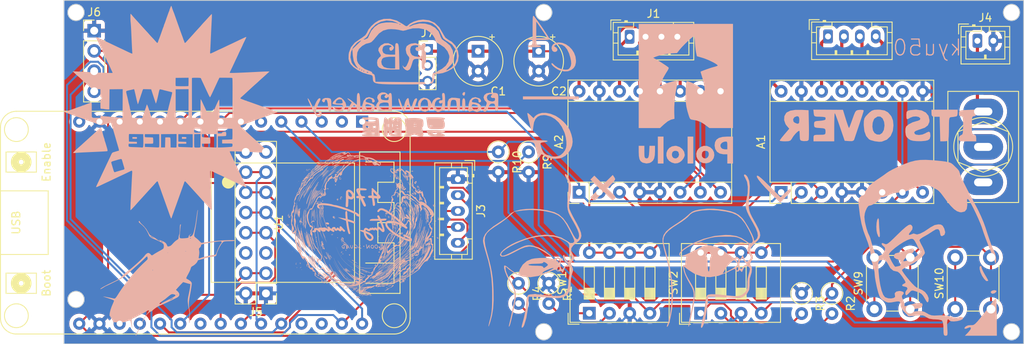
<source format=kicad_pcb>
(kicad_pcb (version 20221018) (generator pcbnew)
  (layers (0 "F.Cu" signal) (31 "B.Cu" signal) (34 "B.Paste" user) (35 "F.Paste" user) (36 "B.SilkS" user "B.Silkscreen") (37 "F.SilkS" user "F.Silkscreen") (38 "B.Mask" user) (39 "F.Mask" user) (44 "Edge.Cuts" user))
  (net 0 "")
  (net 1 "Net-(A1-~{ENABLE})")
  (net 2 "Net-(A1-M0)")
  (net 3 "Net-(A1-M1)")
  (net 4 "GND")
  (net 5 "Net-(A1-DIR)")
  (net 6 "Net-(A1-B1)")
  (net 7 "Net-(A1-B2)")
  (net 8 "Net-(A1-A1)")
  (net 9 "Net-(A1-A2)")
  (net 10 "Net-(A2-DIR)")
  (net 11 "Net-(A2-B1)")
  (net 12 "Net-(A2-B2)")
  (net 13 "Net-(A2-A2)")
  (net 14 "Net-(A1-VMOT)")
  (net 15 "Net-(A2-A1)")
  (net 17 "Net-(J5-Pin_13)")
  (net 19 "Net-(J5-Pin_11)")
  (net 20 "Net-(J5-Pin_10)")
  (net 21 "Net-(J3-Pin_2)")
  (net 22 "Net-(J3-Pin_3)")
  (net 23 "Net-(J3-Pin_4)")
  (net 24 "Net-(R3-Pad2)")
  (net 25 "Net-(R4-Pad2)")
  (net 26 "Net-(U1-IO35)")
  (net 27 "Net-(U1-IO34)")
  (net 33 "Net-(A2-STEP)")
  (net 36 "Net-(A1-STEP)")
  (net 40 "Net-(J3-Pin_5)")
  (net 44 "Net-(R1-Pad2)")
  (net 45 "Net-(R2-Pad2)")
  (net 47 "Net-(J5-Pin_7)")
  (net 48 "Net-(A1-~{FAULT})")
  (net 49 "Net-(J4-Pin_1)")
  (net 51 "Net-(A2-~{FAULT})")
  (footprint "Connector_JST:JST_PH_B4B-PH-K_1x04_P2.00mm_Vertical" (layer "F.Cu") (at 172.72 55.372)
    (fp_text reference "J1" (at 3 -2.9) (layer "F.SilkS"))
    (fp_text value "STEPPER_L")
    (pad "1" thru_hole roundrect (at 0 0) (size 1.2 1.75) (drill 0.75) (layers "*.Cu" "*.Mask") (roundrect_rratio 0.208333) (net 11 "Net-(A2-B1)"))
    (pad "2" thru_hole oval (at 2 0) (size 1.2 1.75) (drill 0.75) (layers "*.Cu" "*.Mask") (net 12 "Net-(A2-B2)"))
    (pad "3" thru_hole oval (at 4 0) (size 1.2 1.75) (drill 0.75) (layers "*.Cu" "*.Mask") (net 13 "Net-(A2-A2)"))
    (pad "4" thru_hole oval (at 6 0) (size 1.2 1.75) (drill 0.75) (layers "*.Cu" "*.Mask") (net 15 "Net-(A2-A1)"))
  )
  (footprint "Capacitor_THT:CP_Radial_Tantal_D6.0mm_P2.50mm" (layer "F.Cu") (at 153.67 57.19 -90)
    (fp_text reference "C1" (at 5.04 -2.54) (layer "F.SilkS"))
    (fp_text value "100uF")
    (pad "1" thru_hole rect (at 0 0 270) (size 1.6 1.6) (drill 0.8) (layers "*.Cu" "*.Mask") (net 14 "Net-(A1-VMOT)"))
    (pad "2" thru_hole circle (at 2.5 0 270) (size 1.6 1.6) (drill 0.8) (layers "*.Cu" "*.Mask") (net 4 "GND"))
  )
  (footprint "Module:Pololu_Breakout-16_15.2x20.3mm" (layer "F.Cu") (at 166.37 74.92 90)
    (fp_text reference "A2" (at 6.35 -2.54 90) (layer "F.SilkS"))
    (fp_text value "Pololu_Breakout_DRV8434")
    (pad "1" thru_hole rect (at 0 0 90) (size 1.6 1.6) (drill 0.8) (layers "*.Cu" "*.Mask") (net 1 "Net-(A1-~{ENABLE})"))
    (pad "2" thru_hole oval (at 0 2.54 90) (size 1.6 1.6) (drill 0.8) (layers "*.Cu" "*.Mask") (net 2 "Net-(A1-M0)"))
    (pad "3" thru_hole oval (at 0 5.08 90) (size 1.6 1.6) (drill 0.8) (layers "*.Cu" "*.Mask") (net 3 "Net-(A1-M1)"))
    (pad "4" thru_hole oval (at 0 7.62 90) (size 1.6 1.6) (drill 0.8) (layers "*.Cu" "*.Mask") (net 4 "GND"))
    (pad "5" thru_hole oval (at 0 10.16 90) (size 1.6 1.6) (drill 0.8) (layers "*.Cu" "*.Mask") (net 4 "GND"))
    (pad "6" thru_hole oval (at 0 12.7 90) (size 1.6 1.6) (drill 0.8) (layers "*.Cu" "*.Mask") (net 51 "Net-(A2-~{FAULT})"))
    (pad "7" thru_hole oval (at 0 15.24 90) (size 1.6 1.6) (drill 0.8) (layers "*.Cu" "*.Mask") (net 33 "Net-(A2-STEP)"))
    (pad "8" thru_hole oval (at 0 17.78 90) (size 1.6 1.6) (drill 0.8) (layers "*.Cu" "*.Mask") (net 10 "Net-(A2-DIR)"))
    (pad "9" thru_hole oval (at 12.7 17.78 90) (size 1.6 1.6) (drill 0.8) (layers "*.Cu" "*.Mask") (net 4 "GND"))
    (pad "10" thru_hole oval (at 12.7 15.24 90) (size 1.6 1.6) (drill 0.8) (layers "*.Cu" "*.Mask") (net 51 "Net-(A2-~{FAULT})"))
    (pad "11" thru_hole oval (at 12.7 12.7 90) (size 1.6 1.6) (drill 0.8) (layers "*.Cu" "*.Mask") (net 15 "Net-(A2-A1)"))
    (pad "12" thru_hole oval (at 12.7 10.16 90) (size 1.6 1.6) (drill 0.8) (layers "*.Cu" "*.Mask") (net 13 "Net-(A2-A2)"))
    (pad "13" thru_hole oval (at 12.7 7.62 90) (size 1.6 1.6) (drill 0.8) (layers "*.Cu" "*.Mask") (net 12 "Net-(A2-B2)"))
    (pad "14" thru_hole oval (at 12.7 5.08 90) (size 1.6 1.6) (drill 0.8) (layers "*.Cu" "*.Mask") (net 11 "Net-(A2-B1)"))
    (pad "15" thru_hole oval (at 12.7 2.54 90) (size 1.6 1.6) (drill 0.8) (layers "*.Cu" "*.Mask") (net 4 "GND"))
    (pad "16" thru_hole oval (at 12.7 0 90) (size 1.6 1.6) (drill 0.8) (layers "*.Cu" "*.Mask") (net 14 "Net-(A1-VMOT)"))
  )
  (footprint "Resistor_THT:R_Axial_DIN0207_L6.3mm_D2.5mm_P2.54mm_Vertical" (layer "F.Cu") (at 198.1525 87.63 -90)
    (fp_text reference "R2" (at 1.27 -2.37 90) (layer "F.SilkS"))
    (fp_text value "330k")
    (pad "1" thru_hole circle (at 0 0 270) (size 1.6 1.6) (drill 0.8) (layers "*.Cu" "*.Mask") (net 21 "Net-(J3-Pin_2)"))
    (pad "2" thru_hole oval (at 2.54 0 270) (size 1.6 1.6) (drill 0.8) (layers "*.Cu" "*.Mask") (net 45 "Net-(R2-Pad2)"))
  )
  (footprint "Resistor_THT:R_Axial_DIN0207_L6.3mm_D2.5mm_P2.54mm_Vertical" (layer "F.Cu") (at 158.75 86.36 -90)
    (fp_text reference "R4" (at 1.27 -2.37 90) (layer "F.SilkS"))
    (fp_text value "330k")
    (pad "1" thru_hole circle (at 0 0 270) (size 1.6 1.6) (drill 0.8) (layers "*.Cu" "*.Mask") (net 21 "Net-(J3-Pin_2)"))
    (pad "2" thru_hole oval (at 2.54 0 270) (size 1.6 1.6) (drill 0.8) (layers "*.Cu" "*.Mask") (net 25 "Net-(R4-Pad2)"))
  )
  (footprint "Button_Switch_THT:SW_PUSH_6mm_H5mm" (layer "F.Cu") (at 213.65 89.61 90)
    (fp_text reference "SW10" (at 3.25 -2 90) (layer "F.SilkS"))
    (fp_text value "SW_Push")
    (pad "1" thru_hole circle (at 0 0 180) (size 2 2) (drill 1.1) (layers "*.Cu" "*.Mask") (net 26 "Net-(U1-IO35)"))
    (pad "1" thru_hole circle (at 6.5 0 180) (size 2 2) (drill 1.1) (layers "*.Cu" "*.Mask") (net 26 "Net-(U1-IO35)"))
    (pad "2" thru_hole circle (at 0 4.5 180) (size 2 2) (drill 1.1) (layers "*.Cu" "*.Mask") (net 21 "Net-(J3-Pin_2)"))
    (pad "2" thru_hole circle (at 6.5 4.5 180) (size 2 2) (drill 1.1) (layers "*.Cu" "*.Mask") (net 21 "Net-(J3-Pin_2)"))
  )
  (footprint "Button_Switch_THT:SW_DIP_SPSTx04_Slide_9.78x12.34mm_W7.62mm_P2.54mm" (layer "F.Cu") (at 181.6525 90.1275 90)
    (fp_text reference "SW2" (at 3.81 -3.42 90) (layer "F.SilkS"))
    (fp_text value "MOTOR_L_1")
    (pad "1" thru_hole rect (at 0 0 90) (size 1.6 1.6) (drill 0.8) (layers "*.Cu" "*.Mask") (net 24 "Net-(R3-Pad2)"))
    (pad "2" thru_hole oval (at 0 2.54 90) (size 1.6 1.6) (drill 0.8) (layers "*.Cu" "*.Mask") (net 45 "Net-(R2-Pad2)"))
    (pad "3" thru_hole oval (at 0 5.08 90) (size 1.6 1.6) (drill 0.8) (layers "*.Cu" "*.Mask") (net 4 "GND"))
    (pad "4" thru_hole oval (at 0 7.62 90) (size 1.6 1.6) (drill 0.8) (layers "*.Cu" "*.Mask") (net 21 "Net-(J3-Pin_2)"))
    (pad "5" thru_hole oval (at 7.62 7.62 90) (size 1.6 1.6) (drill 0.8) (layers "*.Cu" "*.Mask") (net 3 "Net-(A1-M1)"))
    (pad "6" thru_hole oval (at 7.62 5.08 90) (size 1.6 1.6) (drill 0.8) (layers "*.Cu" "*.Mask") (net 3 "Net-(A1-M1)"))
    (pad "7" thru_hole oval (at 7.62 2.54 90) (size 1.6 1.6) (drill 0.8) (layers "*.Cu" "*.Mask") (net 3 "Net-(A1-M1)"))
    (pad "8" thru_hole oval (at 7.62 0 90) (size 1.6 1.6) (drill 0.8) (layers "*.Cu" "*.Mask") (net 3 "Net-(A1-M1)"))
  )
  (footprint "Button_Switch_THT:SW_DIP_SPSTx04_Slide_9.78x12.34mm_W7.62mm_P2.54mm" (layer "F.Cu") (at 167.65 90.1275 90)
    (fp_text reference "SW1" (at 3.81 -3.42 90) (layer "F.SilkS"))
    (fp_text value "MOTOR_L_0")
    (pad "1" thru_hole rect (at 0 0 90) (size 1.6 1.6) (drill 0.8) (layers "*.Cu" "*.Mask") (net 44 "Net-(R1-Pad2)"))
    (pad "2" thru_hole oval (at 0 2.54 90) (size 1.6 1.6) (drill 0.8) (layers "*.Cu" "*.Mask") (net 25 "Net-(R4-Pad2)"))
    (pad "3" thru_hole oval (at 0 5.08 90) (size 1.6 1.6) (drill 0.8) (layers "*.Cu" "*.Mask") (net 4 "GND"))
    (pad "4" thru_hole oval (at 0 7.62 90) (size 1.6 1.6) (drill 0.8) (layers "*.Cu" "*.Mask") (net 21 "Net-(J3-Pin_2)"))
    (pad "5" thru_hole oval (at 7.62 7.62 90) (size 1.6 1.6) (drill 0.8) (layers "*.Cu" "*.Mask") (net 2 "Net-(A1-M0)"))
    (pad "6" thru_hole oval (at 7.62 5.08 90) (size 1.6 1.6) (drill 0.8) (layers "*.Cu" "*.Mask") (net 2 "Net-(A1-M0)"))
    (pad "7" thru_hole oval (at 7.62 2.54 90) (size 1.6 1.6) (drill 0.8) (layers "*.Cu" "*.Mask") (net 2 "Net-(A1-M0)"))
    (pad "8" thru_hole oval (at 7.62 0 90) (size 1.6 1.6) (drill 0.8) (layers "*.Cu" "*.Mask") (net 2 "Net-(A1-M0)"))
  )
  (footprint "Connector_JST:JST_PH_B5B-PH-K_1x05_P2.00mm_Vertical" (layer "F.Cu") (at 151.13 73.28 -90)
    (fp_text reference "J3" (at 4 -2.9 90) (layer "F.SilkS"))
    (fp_text value "BMI160 Module")
    (pad "1" thru_hole roundrect (at 0 0 270) (size 1.2 1.75) (drill 0.75) (layers "*.Cu" "*.Mask") (roundrect_rratio 0.208333) (net 4 "GND"))
    (pad "2" thru_hole oval (at 2 0 270) (size 1.2 1.75) (drill 0.75) (layers "*.Cu" "*.Mask") (net 21 "Net-(J3-Pin_2)"))
    (pad "3" thru_hole oval (at 4 0 270) (size 1.2 1.75) (drill 0.75) (layers "*.Cu" "*.Mask") (net 22 "Net-(J3-Pin_3)"))
    (pad "4" thru_hole oval (at 6 0 270) (size 1.2 1.75) (drill 0.75) (layers "*.Cu" "*.Mask") (net 23 "Net-(J3-Pin_4)"))
    (pad "5" thru_hole oval (at 8 0 270) (size 1.2 1.75) (drill 0.75) (layers "*.Cu" "*.Mask") (net 40 "Net-(J3-Pin_5)"))
  )
  (footprint "Button_Switch_THT:SW_PUSH_6mm_H5mm" (layer "F.Cu") (at 203.49 89.61 90)
    (fp_text reference "SW9" (at 3.25 -2 90) (layer "F.SilkS"))
    (fp_text value "SW_Push")
    (pad "1" thru_hole circle (at 0 0 180) (size 2 2) (drill 1.1) (layers "*.Cu" "*.Mask") (net 27 "Net-(U1-IO34)"))
    (pad "1" thru_hole circle (at 6.5 0 180) (size 2 2) (drill 1.1) (layers "*.Cu" "*.Mask") (net 27 "Net-(U1-IO34)"))
    (pad "2" thru_hole circle (at 0 4.5 180) (size 2 2) (drill 1.1) (layers "*.Cu" "*.Mask") (net 21 "Net-(J3-Pin_2)"))
    (pad "2" thru_hole circle (at 6.5 4.5 180) (size 2 2) (drill 1.1) (layers "*.Cu" "*.Mask") (net 21 "Net-(J3-Pin_2)"))
  )
  (footprint "boards:esp32_devkit_v1_doit" (layer "F.Cu") (at 139.09 78.74 -90)
    (fp_text reference "U1" (at 0 10.47 90) (layer "F.SilkS"))
    (fp_text value "ESP32_DevKit_V1_DOIT")
    (fp_text user "Boot" (at 7.62 39.68 90) (layer "F.SilkS"))
    (fp_text user "USB" (at 0 43.49 90) (layer "F.SilkS"))
    (fp_text user "Enable" (at -7.62 39.68 90) (layer "F.SilkS"))
    (pad "1" thru_hole rect (at -12.7 0 270) (size 1.524 1.524) (drill 0.762) (layers "*.Cu" "*.Mask"))
    (pad "2" thru_hole circle (at -12.7 2.54 270) (size 1.524 1.524) (drill 0.762) (layers "*.Cu" "*.Mask"))
    (pad "3" thru_hole circle (at -12.7 5.08 270) (size 1.524 1.524) (drill 0.762) (layers "*.Cu" "*.Mask"))
    (pad "4" thru_hole circle (at -12.7 7.62 270) (size 1.524 1.524) (drill 0.762) (layers "*.Cu" "*.Mask") (net 27 "Net-(U1-IO34)"))
    (pad "5" thru_hole circle (at -12.7 10.16 270) (size 1.524 1.524) (drill 0.762) (layers "*.Cu" "*.Mask") (net 26 "Net-(U1-IO35)"))
    (pad "6" thru_hole circle (at -12.7 12.7 270) (size 1.524 1.524) (drill 0.762) (layers "*.Cu" "*.Mask"))
    (pad "7" thru_hole circle (at -12.7 15.24 270) (size 1.524 1.524) (drill 0.762) (layers "*.Cu" "*.Mask"))
    (pad "8" thru_hole circle (at -12.7 17.78 270) (size 1.524 1.524) (drill 0.762) (layers "*.Cu" "*.Mask") (net 10 "Net-(A2-DIR)"))
    (pad "9" thru_hole circle (at -12.7 20.32 270) (size 1.524 1.524) (drill 0.762) (layers "*.Cu" "*.Mask") (net 33 "Net-(A2-STEP)"))
    (pad "10" thru_hole circle (at -12.7 22.86 270) (size 1.524 1.524) (drill 0.762) (layers "*.Cu" "*.Mask") (net 5 "Net-(A1-DIR)"))
    (pad "11" thru_hole circle (at -12.7 25.4 270) (size 1.524 1.524) (drill 0.762) (layers "*.Cu" "*.Mask"))
    (pad "12" thru_hole circle (at -12.7 27.94 270) (size 1.524 1.524) (drill 0.762) (layers "*.Cu" "*.Mask"))
    (pad "13" thru_hole circle (at -12.7 30.48 270) (size 1.524 1.524) (drill 0.762) (layers "*.Cu" "*.Mask") (net 36 "Net-(A1-STEP)"))
    (pad "14" thru_hole circle (at -12.7 33.02 270) (size 1.524 1.524) (drill 0.762) (layers "*.Cu" "*.Mask") (net 4 "GND"))
    (pad "15" thru_hole circle (at -12.7 35.56 270) (size 1.524 1.524) (drill 0.762) (layers "*.Cu" "*.Mask"))
    (pad "16" thru_hole circle (at 12.7 35.56 270) (size 1.524 1.524) (drill 0.762) (layers "*.Cu" "*.Mask") (net 21 "Net-(J3-Pin_2)"))
    (pad "17" thru_hole circle (at 12.7 33.02 270) (size 1.524 1.524) (drill 0.762) (layers "*.Cu" "*.Mask") (net 4 "GND"))
    (pad "18" thru_hole circle (at 12.7 30.48 270) (size 1.524 1.524) (drill 0.762) (layers "*.Cu" "*.Mask"))
    (pad "19" thru_hole circle (at 12.7 27.94 270) (size 1.524 1.524) (drill 0.762) (layers "*.Cu" "*.Mask"))
    (pad "20" thru_hole circle (at 12.7 25.4 270) (size 1.524 1.524) (drill 0.762) (layers "*.Cu" "*.Mask") (net 40 "Net-(J3-Pin_5)"))
    (pad "21" thru_hole circle (at 12.7 22.86 270) (size 1.524 1.524) (drill 0.762) (layers "*.Cu" "*.Mask") (net 1 "Net-(A1-~{ENABLE})"))
    (pad "22" thru_hole circle (at 12.7 20.32 270) (size 1.524 1.524) (drill 0.762) (layers "*.Cu" "*.Mask"))
    (pad "23" thru_hole circle (at 12.7 17.78 270) (size 1.524 1.524) (drill 0.762) (layers "*.Cu" "*.Mask") (net 47 "Net-(J5-Pin_7)"))
    (pad "24" thru_hole circle (at 12.7 15.24 270) (size 1.524 1.524) (drill 0.762) (layers "*.Cu" "*.Mask") (net 19 "Net-(J5-Pin_11)"))
    (pad "25" thru_hole circle (at 12.7 12.7 270) (size 1.524 1.524) (drill 0.762) (layers "*.Cu" "*.Mask") (net 17 "Net-(J5-Pin_13)"))
    (pad "26" thru_hole circle (at 12.7 10.16 270) (size 1.524 1.524) (drill 0.762) (layers "*.Cu" "*.Mask") (net 22 "Net-(J3-Pin_3)"))
    (pad "27" thru_hole circle (at 12.7 7.62 270) (size 1.524 1.524) (drill 0.762) (layers "*.Cu" "*.Mask"))
    (pad "28" thru_hole circle (at 12.7 5.08 270) (size 1.524 1.524) (drill 0.762) (layers "*.Cu" "*.Mask"))
    (pad "29" thru_hole circle (at 12.7 2.54 270) (size 1.524 1.524) (drill 0.762) (layers "*.Cu" "*.Mask") (net 23 "Net-(J3-Pin_4)"))
    (pad "30" thru_hole circle (at 12.7 0 270) (size 1.524 1.524) (drill 0.762) (layers "*.Cu" "*.Mask") (net 20 "Net-(J5-Pin_10)"))
  )
  (footprint "Connector_JST:JST_PH_B4B-PH-K_1x04_P2.00mm_Vertical" (layer "F.Cu") (at 197.66 55.33)
    (fp_text reference "J2" hide)
    (fp_text value "STEPPER_R")
    (pad "1" thru_hole roundrect (at 0 0) (size 1.2 1.75) (drill 0.75) (layers "*.Cu" "*.Mask") (roundrect_rratio 0.208333) (net 6 "Net-(A1-B1)"))
    (pad "2" thru_hole oval (at 2 0) (size 1.2 1.75) (drill 0.75) (layers "*.Cu" "*.Mask") (net 7 "Net-(A1-B2)"))
    (pad "3" thru_hole oval (at 4 0) (size 1.2 1.75) (drill 0.75) (layers "*.Cu" "*.Mask") (net 9 "Net-(A1-A2)"))
    (pad "4" thru_hole oval (at 6 0) (size 1.2 1.75) (drill 0.75) (layers "*.Cu" "*.Mask") (net 8 "Net-(A1-A1)"))
  )
  (footprint "Capacitor_THT:CP_Radial_Tantal_D6.0mm_P2.50mm" (layer "F.Cu") (at 161.29 57.19 -90)
    (fp_text reference "C2" (at 5.04 -2.54) (layer "F.SilkS"))
    (fp_text value "100uF")
    (pad "1" thru_hole rect (at 0 0 270) (size 1.6 1.6) (drill 0.8) (layers "*.Cu" "*.Mask") (net 14 "Net-(A1-VMOT)"))
    (pad "2" thru_hole circle (at 2.5 0 270) (size 1.6 1.6) (drill 0.8) (layers "*.Cu" "*.Mask") (net 4 "GND"))
  )
  (footprint "Connector_PinHeader_2.00mm:PinHeader_1x03_P2.00mm_Vertical" (layer "F.Cu") (at 147.32 56.96)
    (fp_text reference "J7" (at 0 -2.06) (layer "F.SilkS"))
    (fp_text value "VREG")
    (pad "1" thru_hole rect (at 0 0) (size 1.35 1.35) (drill 0.8) (layers "*.Cu" "*.Mask") (net 14 "Net-(A1-VMOT)"))
    (pad "2" thru_hole oval (at 0 2) (size 1.35 1.35) (drill 0.8) (layers "*.Cu" "*.Mask") (net 21 "Net-(J3-Pin_2)"))
    (pad "3" thru_hole oval (at 0 4) (size 1.35 1.35) (drill 0.8) (layers "*.Cu" "*.Mask") (net 4 "GND"))
  )
  (footprint "Connector_PinHeader_2.54mm:PinHeader_1x04_P2.54mm_Vertical" (layer "F.Cu") (at 105.41 54.61)
    (fp_text reference "J6" (at 0 -2.33) (layer "F.SilkS"))
    (fp_text value "SDD1306")
    (pad "1" thru_hole rect (at 0 0) (size 1.7 1.7) (drill 1) (layers "*.Cu" "*.Mask") (net 4 "GND"))
    (pad "2" thru_hole oval (at 0 2.54) (size 1.7 1.7) (drill 1) (layers "*.Cu" "*.Mask") (net 21 "Net-(J3-Pin_2)"))
    (pad "3" thru_hole oval (at 0 5.08) (size 1.7 1.7) (drill 1) (layers "*.Cu" "*.Mask") (net 22 "Net-(J3-Pin_3)"))
    (pad "4" thru_hole oval (at 0 7.62) (size 1.7 1.7) (drill 1) (layers "*.Cu" "*.Mask") (net 23 "Net-(J3-Pin_4)"))
  )
  (footprint "Connector_JST:JST_PH_B2B-PH-K_1x02_P2.00mm_Vertical" (layer "F.Cu") (at 216.44 55.88)
    (fp_text reference "J4" (at 1 -2.9) (layer "F.SilkS"))
    (fp_text value "POWER")
    (pad "1" thru_hole roundrect (at 0 0) (size 1.2 1.75) (drill 0.75) (layers "*.Cu" "*.Mask") (roundrect_rratio 0.208333) (net 49 "Net-(J4-Pin_1)"))
    (pad "2" thru_hole oval (at 2 0) (size 1.2 1.75) (drill 0.75) (layers "*.Cu" "*.Mask") (net 4 "GND"))
  )
  (footprint "Connector_PinHeader_2.54mm:PinHeader_2x08_P2.54mm_Vertical" (layer "F.Cu") (at 127 87.63 180)
    (fp_text reference "J5" (at 1.27 -2.33) (layer "F.SilkS"))
    (fp_text value "Conn_02x08_Odd_Even")
    (pad "1" thru_hole rect (at 0 0 180) (size 1.7 1.7) (drill 1) (layers "*.Cu" "*.Mask") (net 4 "GND"))
    (pad "2" thru_hole oval (at 2.54 0 180) (size 1.7 1.7) (drill 1) (layers "*.Cu" "*.Mask") (net 4 "GND"))
    (pad "3" thru_hole oval (at 0 2.54 180) (size 1.7 1.7) (drill 1) (layers "*.Cu" "*.Mask") (net 21 "Net-(J3-Pin_2)"))
    (pad "4" thru_hole oval (at 2.54 2.54 180) (size 1.7 1.7) (drill 1) (layers "*.Cu" "*.Mask") (net 21 "Net-(J3-Pin_2)"))
    (pad "5" thru_hole oval (at 0 5.08 180) (size 1.7 1.7) (drill 1) (layers "*.Cu" "*.Mask"))
    (pad "6" thru_hole oval (at 2.54 5.08 180) (size 1.7 1.7) (drill 1) (layers "*.Cu" "*.Mask"))
    (pad "7" thru_hole oval (at 0 7.62 180) (size 1.7 1.7) (drill 1) (layers "*.Cu" "*.Mask") (net 47 "Net-(J5-Pin_7)"))
    (pad "8" thru_hole oval (at 2.54 7.62 180) (size 1.7 1.7) (drill 1) (layers "*.Cu" "*.Mask") (net 47 "Net-(J5-Pin_7)"))
    (pad "9" thru_hole oval (at 0 10.16 180) (size 1.7 1.7) (drill 1) (layers "*.Cu" "*.Mask") (net 20 "Net-(J5-Pin_10)"))
    (pad "10" thru_hole oval (at 2.54 10.16 180) (size 1.7 1.7) (drill 1) (layers "*.Cu" "*.Mask") (net 20 "Net-(J5-Pin_10)"))
    (pad "11" thru_hole oval (at 0 12.7 180) (size 1.7 1.7) (drill 1) (layers "*.Cu" "*.Mask") (net 19 "Net-(J5-Pin_11)"))
    (pad "12" thru_hole oval (at 2.54 12.7 180) (size 1.7 1.7) (drill 1) (layers "*.Cu" "*.Mask") (net 19 "Net-(J5-Pin_11)"))
    (pad "13" thru_hole oval (at 0 15.24 180) (size 1.7 1.7) (drill 1) (layers "*.Cu" "*.Mask") (net 17 "Net-(J5-Pin_13)"))
    (pad "14" thru_hole oval (at 2.54 15.24 180) (size 1.7 1.7) (drill 1) (layers "*.Cu" "*.Mask") (net 17 "Net-(J5-Pin_13)"))
    (pad "15" thru_hole oval (at 0 17.78 180) (size 1.7 1.7) (drill 1) (layers "*.Cu" "*.Mask"))
    (pad "16" thru_hole oval (at 2.54 17.78 180) (size 1.7 1.7) (drill 1) (layers "*.Cu" "*.Mask") (net 4 "GND"))
  )
  (footprint "Resistor_THT:R_Axial_DIN0207_L6.3mm_D2.5mm_P2.54mm_Vertical" (layer "F.Cu") (at 162.56 86.36 -90)
    (fp_text reference "R1" (at 1.27 -2.37 90) (layer "F.SilkS"))
    (fp_text value "330k")
    (pad "1" thru_hole circle (at 0 0 270) (size 1.6 1.6) (drill 0.8) (layers "*.Cu" "*.Mask") (net 4 "GND"))
    (pad "2" thru_hole oval (at 2.54 0 270) (size 1.6 1.6) (drill 0.8) (layers "*.Cu" "*.Mask") (net 44 "Net-(R1-Pad2)"))
  )
  (footprint "Resistor_THT:R_Axial_DIN0207_L6.3mm_D2.5mm_P2.54mm_Vertical" (layer "F.Cu") (at 194.3425 87.63 -90)
    (fp_text reference "R3" (at 1.27 -2.37 90) (layer "F.SilkS"))
    (fp_text value "330k")
    (pad "1" thru_hole circle (at 0 0 270) (size 1.6 1.6) (drill 0.8) (layers "*.Cu" "*.Mask") (net 4 "GND"))
    (pad "2" thru_hole oval (at 2.54 0 270) (size 1.6 1.6) (drill 0.8) (layers "*.Cu" "*.Mask") (net 24 "Net-(R3-Pad2)"))
  )
  (footprint "Resistor_THT:R_Axial_DIN0207_L6.3mm_D2.5mm_P2.54mm_Vertical" (layer "F.Cu") (at 160.02 69.85 -90)
    (fp_text reference "R9" (at 1.27 -2.37 90) (layer "F.SilkS"))
    (fp_text value "330k")
    (pad "1" thru_hole circle (at 0 0 270) (size 1.6 1.6) (drill 0.8) (layers "*.Cu" "*.Mask") (net 26 "Net-(U1-IO35)"))
    (pad "2" thru_hole oval (at 2.54 0 270) (size 1.6 1.6) (drill 0.8) (layers "*.Cu" "*.Mask") (net 4 "GND"))
  )
  (footprint "boards:SW_Toggle_Blue_wSlots" (layer "F.Cu") (at 217.17 69.22 90)
    (fp_text reference "SW3" hide)
    (fp_text value "SW_SPDT")
    (pad "1" thru_hole oval (at -4.45 0 90) (size 3.2 5) (drill oval 1 2.3) (layers "*.Cu"))
    (pad "2" thru_hole oval (at 0 0 90) (size 3.2 5) (drill oval 1 2.3) (layers "*.Cu") (net 14 "Net-(A1-VMOT)"))
    (pad "3" thru_hole oval (at 4.45 0 90) (size 3.2 5) (drill oval 1 2.3) (layers "*.Cu") (net 49 "Net-(J4-Pin_1)"))
  )
  (footprint "Module:Pololu_Breakout-16_15.2x20.3mm" (layer "F.Cu") (at 191.77 74.93 90)
    (fp_text reference "A1" (at 6.35 -2.54 90) (layer "F.SilkS"))
    (fp_text value "Pololu_Breakout_DRV8434")
    (pad "1" thru_hole rect (at 0 0 90) (size 1.6 1.6) (drill 0.8) (layers "*.Cu" "*.Mask") (net 1 "Net-(A1-~{ENABLE})"))
    (pad "2" thru_hole oval (at 0 2.54 90) (size 1.6 1.6) (drill 0.8) (layers "*.Cu" "*.Mask") (net 2 "Net-(A1-M0)"))
    (pad "3" thru_hole oval (at 0 5.08 90) (size 1.6 1.6) (drill 0.8) (layers "*.Cu" "*.Mask") (net 3 "Net-(A1-M1)"))
    (pad "4" thru_hole oval (at 0 7.62 90) (size 1.6 1.6) (drill 0.8) (layers "*.Cu" "*.Mask") (net 4 "GND"))
    (pad "5" thru_hole oval (at 0 10.16 90) (size 1.6 1.6) (drill 0.8) (layers "*.Cu" "*.Mask") (net 4 "GND"))
    (pad "6" thru_hole oval (at 0 12.7 90) (size 1.6 1.6) (drill 0.8) (layers "*.Cu" "*.Mask") (net 48 "Net-(A1-~{FAULT})"))
    (pad "7" thru_hole oval (at 0 15.24 90) (size 1.6 1.6) (drill 0.8) (layers "*.Cu" "*.Mask") (net 36 "Net-(A1-STEP)"))
    (pad "8" thru_hole oval (at 0 17.78 90) (size 1.6 1.6) (drill 0.8) (layers "*.Cu" "*.Mask") (net 5 "Net-(A1-DIR)"))
    (pad "9" thru_hole oval (at 12.7 17.78 90) (size 1.6 1.6) (drill 0.8) (layers "*.Cu" "*.Mask") (net 4 "GND"))
    (pad "10" thru_hole oval (at 12.7 15.24 90) (size 1.6 1.6) (drill 0.8) (layers "*.Cu" "*.Mask") (net 48 "Net-(A1-~{FAULT})"))
    (pad "11" thru_hole oval (at 12.7 12.7 90) (size 1.6 1.6) (drill 0.8) (layers "*.Cu" "*.Mask") (net 8 "Net-(A1-A1)"))
    (pad "12" thru_hole oval (at 12.7 10.16 90) (size 1.6 1.6) (drill 0.8) (layers "*.Cu" "*.Mask") (net 9 "Net-(A1-A2)"))
    (pad "13" thru_hole oval (at 12.7 7.62 90) (size 1.6 1.6) (drill 0.8) (layers "*.Cu" "*.Mask") (net 7 "Net-(A1-B2)"))
    (pad "14" thru_hole oval (at 12.7 5.08 90) (size 1.6 1.6) (drill 0.8) (layers "*.Cu" "*.Mask") (net 6 "Net-(A1-B1)"))
    (pad "15" thru_hole oval (at 12.7 2.54 90) (size 1.6 1.6) (drill 0.8) (layers "*.Cu" "*.Mask") (net 4 "GND"))
    (pad "16" thru_hole oval (at 12.7 0 90) (size 1.6 1.6) (drill 0.8) (layers "*.Cu" "*.Mask") (net 14 "Net-(A1-VMOT)"))
  )
  (footprint "Resistor_THT:R_Axial_DIN0207_L6.3mm_D2.5mm_P2.54mm_Vertical" (layer "F.Cu") (at 156.21 69.85 -90)
    (fp_text reference "R10" (at 1.27 -2.37 90) (layer "F.SilkS"))
    (fp_text value "330k")
    (pad "1" thru_hole circle (at 0 0 270) (size 1.6 1.6) (drill 0.8) (layers "*.Cu" "*.Mask") (net 27 "Net-(U1-IO34)"))
    (pad "2" thru_hole oval (at 2.54 0 270) (size 1.6 1.6) (drill 0.8) (layers "*.Cu" "*.Mask") (net 4 "GND"))
  )
  (footprint "LOGO" (layer "B.Cu") (at 114.554 84.582 180)
    (fp_text reference "" (at 0 0) (layer "B.SilkS") (effects (font (size 1.5 1.5) (thickness 0.3)) (justify mirror)))
    (fp_text value "LOGO" hide)
  )
  (footprint "LOGO" (layer "B.Cu") (at 179.832 62.484 180)
    (fp_text reference "" (at 0 0) (layer "B.SilkS") (effects (font (size 1.5 1.5) (thickness 0.3)) (justify mirror)))
    (fp_text value "LOGO" hide)
  )
  (footprint "LOGO" (layer "B.Cu") (at 115.57 64.262 180)
    (fp_text reference "" (at 0 0) (layer "B.SilkS") (effects (font (size 1.5 1.5) (thickness 0.3)) (justify mirror)))
    (fp_text value "LOGO" hide)
  )
  (footprint "LOGO" (layer "B.Cu") (at 139.09 78.74 180)
    (fp_text reference "" (at 0 0) (layer "B.SilkS") (effects (font (size 1.5 1.5) (thickness 0.3)) (justify mirror)))
    (fp_text value "LOGO" hide)
  )
  (footprint "LOGO" (layer "B.Cu") (at 173.736 82.296 180)
    (fp_text reference "" (at 0 0) (layer "B.SilkS") (effects (font (size 1.5 1.5) (thickness 0.3)) (justify mirror)))
    (fp_text value "LOGO" hide)
  )
  (footprint "LOGO" (layer "B.Cu") (at 162.814 61.722 180)
    (fp_text reference "" (at 0 0) (layer "B.SilkS") (effects (font (size 1.5 1.5) (thickness 0.3)) (justify mirror)))
    (fp_text value "LOGO" hide)
  )
  (footprint "LOGO" (layer "B.Cu") (at 143.51 60.96 180)
    (fp_text reference "" (at 0 0) (layer "B.SilkS") (effects (font (size 1.5 1.5) (thickness 0.3)) (justify mirror)))
    (fp_text value "LOGO" hide)
  )
  (footprint "LOGO" (layer "B.Cu") (at 203.935761 77.304154 180)
    (fp_text reference "" (at 0 0) (layer "B.SilkS") (effects (font (size 1.5 1.5) (thickness 0.3)) (justify mirror)))
    (fp_text value "LOGO" hide)
  )
  (gr_rect (start 101.6 50.8) (end 222.25 93.98) (stroke (width 0.1)) (fill none) (layer "Edge.Cuts"))
  (gr_circle (center 220.726 92.456) (end 221.234 93.345) (stroke (width 0.1)) (fill none) (layer "Edge.Cuts"))
  (gr_circle (center 161.925 52.324) (end 162.433 53.213) (stroke (width 0.1)) (fill none) (layer "Edge.Cuts"))
  (gr_circle (center 220.726 52.316094) (end 221.234 53.205094) (stroke (width 0.1)) (fill none) (layer "Edge.Cuts"))
  (gr_circle (center 103.124 88.392) (end 103.632 89.281) (stroke (width 0.1)) (fill none) (layer "Edge.Cuts"))
  (gr_circle (center 161.925 92.456) (end 162.433 93.345) (stroke (width 0.1)) (fill none) (layer "Edge.Cuts"))
  (gr_circle (center 103.124 52.316094) (end 103.632 53.205094) (stroke (width 0.1)) (fill none) (layer "Edge.Cuts"))
  (gr_text "kyu50" (at 214.63 57.912) (layer "B.SilkS") (effects (font (size 2 2)) (justify left bottom mirror)))
  (segment (start 119.857 87.813) (end 119.857 65.955749) (width 0.25) (layer "B.Cu") (net 1))
  (segment (start 166.37 73.87) (end 166.37 74.92) (width 0.25) (layer "B.Cu") (net 1))
  (segment (start 116.23 91.44) (end 119.857 87.813) (width 0.25) (layer "B.Cu") (net 1))
  (segment (start 121.042749 64.77) (end 157.27 64.77) (width 0.25) (layer "B.Cu") (net 1))
  (segment (start 166.37 74.92) (end 167.495 76.045) (width 0.25) (layer "B.Cu") (net 1))
  (segment (start 157.27 64.77) (end 166.37 73.87) (width 0.25) (layer "B.Cu") (net 1))
  (segment (start 167.495 76.045) (end 190.655 76.045) (width 0.25) (layer "B.Cu") (net 1))
  (segment (start 119.857 65.955749) (end 121.042749 64.77) (width 0.25) (layer "B.Cu") (net 1))
  (segment (start 190.655 76.045) (end 191.77 74.93) (width 0.25) (layer "B.Cu") (net 1))
  (segment (start 167.65 82.5075) (end 175.27 82.5075) (width 0.25) (layer "F.Cu") (net 2))
  (segment (start 176.395 81.3825) (end 187.8575 81.3825) (width 0.25) (layer "F.Cu") (net 2))
  (segment (start 167.65 76.18) (end 168.91 74.92) (width 0.25) (layer "F.Cu") (net 2))
  (segment (start 167.65 82.5075) (end 167.65 76.18) (width 0.25) (layer "F.Cu") (net 2))
  (segment (start 175.27 82.5075) (end 176.395 81.3825) (width 0.25) (layer "F.Cu") (net 2))
  (segment (start 187.8575 81.3825) (end 194.31 74.93) (width 0.25) (layer "F.Cu") (net 2))
  (segment (start 175.016 78.486) (end 185.964 78.486) (width 0.25) (layer "F.Cu") (net 3))
  (segment (start 189.2725 82.5075) (end 196.85 74.93) (width 0.25) (layer "F.Cu") (net 3))
  (segment (start 181.6525 82.5075) (end 189.2725 82.5075) (width 0.25) (layer "F.Cu") (net 3))
  (segment (start 171.45 74.92) (end 175.016 78.486) (width 0.25) (layer "F.Cu") (net 3))
  (segment (start 185.964 78.486) (end 190.645 73.805) (width 0.25) (layer "F.Cu") (net 3))
  (segment (start 195.725 73.805) (end 196.85 74.93) (width 0.25) (layer "F.Cu") (net 3))
  (segment (start 190.645 73.805) (end 195.725 73.805) (width 0.25) (layer "F.Cu") (net 3))
  (segment (start 173.99 74.92) (end 173.99 74.93) (width 0.25) (layer "F.Cu") (net 4))
  (segment (start 172.73 90.1275) (end 173.855 91.2525) (width 0.25) (layer "B.Cu") (net 4))
  (segment (start 173.855 91.2525) (end 185.6075 91.2525) (width 0.25) (layer "B.Cu") (net 4))
  (segment (start 166.525 91.2525) (end 162.56 87.2875) (width 0.25) (layer "B.Cu") (net 4))
  (segment (start 172.73 90.1275) (end 171.605 91.2525) (width 0.25) (layer "B.Cu") (net 4))
  (segment (start 185.6075 91.2525) (end 186.7325 90.1275) (width 0.25) (layer "B.Cu") (net 4))
  (segment (start 171.605 91.2525) (end 166.525 91.2525) (width 0.25) (layer "B.Cu") (net 4))
  (segment (start 173.99 74.92) (end 176.53 74.92) (width 0.25) (layer "B.Cu") (net 4))
  (segment (start 162.56 87.2875) (end 162.56 86.36) (width 0.25) (layer "B.Cu") (net 4))
  (segment (start 209.55 74.93) (end 198.998299 64.378299) (width 0.25) (layer "F.Cu") (net 5))
  (segment (start 117.891701 64.378299) (end 116.23 66.04) (width 0.25) (layer "F.Cu") (net 5))
  (segment (start 198.998299 64.378299) (end 117.891701 64.378299) (width 0.25) (layer "F.Cu") (net 5))
  (segment (start 196.85 56.14) (end 197.66 55.33) (width 0.4) (layer "F.Cu") (net 6))
  (segment (start 196.85 62.23) (end 196.85 56.14) (width 0.4) (layer "F.Cu") (net 6))
  (segment (start 199.39 62.23) (end 199.39 55.6) (width 0.4) (layer "F.Cu") (net 7))
  (segment (start 199.39 55.6) (end 199.66 55.33) (width 0.4) (layer "F.Cu") (net 7))
  (segment (start 204.47 56.14) (end 203.66 55.33) (width 0.4) (layer "F.Cu") (net 8))
  (segment (start 204.47 62.23) (end 204.47 56.14) (width 0.4) (layer "F.Cu") (net 8))
  (segment (start 201.93 62.23) (end 201.93 55.6) (width 0.4) (layer "F.Cu") (net 9))
  (segment (start 201.93 55.6) (end 201.66 55.33) (width 0.4) (layer "F.Cu") (net 9))
  (segment (start 184.15 74.92) (end 174.183 64.953) (width 0.25) (layer "F.Cu") (net 10))
  (segment (start 122.397 64.953) (end 121.31 66.04) (width 0.25) (layer "F.Cu") (net 10))
  (segment (start 174.183 64.953) (end 122.397 64.953) (width 0.25) (layer "F.Cu") (net 10))
  (segment (start 171.45 62.22) (end 171.45 56.642) (width 0.4) (layer "F.Cu") (net 11))
  (segment (start 171.45 56.642) (end 172.72 55.372) (width 0.4) (layer "F.Cu") (net 11))
  (segment (start 173.99 62.22) (end 173.99 56.102) (width 0.4) (layer "F.Cu") (net 12))
  (segment (start 173.99 56.102) (end 174.72 55.372) (width 0.4) (layer "F.Cu") (net 12))
  (segment (start 176.53 62.22) (end 176.53 55.562) (width 0.4) (layer "F.Cu") (net 13))
  (segment (start 176.53 55.562) (end 176.72 55.372) (width 0.4) (layer "F.Cu") (net 13))
  (segment (start 185.918 51.816) (end 183.637 54.097) (width 0.4) (layer "F.Cu") (net 14))
  (segment (start 163.739166 57.19) (end 166.37 59.820834) (width 0.25) (layer "F.Cu") (net 14))
  (segment (start 147.55 57.19) (end 147.32 56.96) (width 0.4) (layer "F.Cu") (net 14))
  (segment (start 217.17 69.22) (end 210.75 62.8) (width 0.4) (layer "F.Cu") (net 14))
  (segment (start 161.29 57.19) (end 163.739166 57.19) (width 0.25) (layer "F.Cu") (net 14))
  (segment (start 153.67 57.19) (end 161.29 57.19) (width 0.4) (layer "F.Cu") (net 14))
  (segment (start 172.093834 54.097) (end 166.37 59.820834) (width 0.4) (layer "F.Cu") (net 14))
  (segment (start 166.37 59.820834) (end 166.37 62.22) (width 0.4) (layer "F.Cu") (net 14))
  (segment (start 183.637 54.097) (end 172.093834 54.097) (width 0.4) (layer "F.Cu") (net 14))
  (segment (start 153.67 57.19) (end 147.55 57.19) (width 0.4) (layer "F.Cu") (net 14))
  (segment (start 210.75 57.588) (end 204.978 51.816) (width 0.4) (layer "F.Cu") (net 14))
  (segment (start 191.77 62.23) (end 183.637 54.097) (width 0.4) (layer "F.Cu") (net 14))
  (segment (start 204.978 51.816) (end 185.918 51.816) (width 0.4) (layer "F.Cu") (net 14))
  (segment (start 210.75 62.8) (end 210.75 57.588) (width 0.4) (layer "F.Cu") (net 14))
  (segment (start 179.07 62.22) (end 179.07 55.722) (width 0.4) (layer "F.Cu") (net 15))
  (segment (start 179.07 55.722) (end 178.72 55.372) (width 0.4) (layer "F.Cu") (net 15))
  (segment (start 124.46 72.39) (end 127 72.39) (width 0.25) (layer "F.Cu") (net 17))
  (segment (start 125.825 90.875) (end 126.39 91.44) (width 0.25) (layer "B.Cu") (net 17))
  (segment (start 127 72.39) (end 125.825 73.565) (width 0.25) (layer "B.Cu") (net 17))
  (segment (start 125.825 73.565) (end 125.825 90.875) (width 0.25) (layer "B.Cu") (net 17))
  (segment (start 124.46 74.93) (end 127 74.93) (width 0.25) (layer "F.Cu") (net 19))
  (segment (start 128.625 76.555) (end 128.625 88.545) (width 0.25) (layer "F.Cu") (net 19))
  (segment (start 126.817 90.353) (end 124.937 90.353) (width 0.25) (layer "F.Cu") (net 19))
  (segment (start 128.625 88.545) (end 126.817 90.353) (width 0.25) (layer "F.Cu") (net 19))
  (segment (start 127 74.93) (end 128.625 76.555) (width 0.25) (layer "F.Cu") (net 19))
  (segment (start 124.937 90.353) (end 123.85 91.44) (width 0.25) (layer "F.Cu") (net 19))
  (segment (start 127 77.47) (end 124.46 77.47) (width 0.25) (layer "F.Cu") (net 20))
  (segment (start 139.09 89.56) (end 139.09 91.44) (width 0.25) (layer "B.Cu") (net 20))
  (segment (start 127 77.47) (end 139.09 89.56) (width 0.25) (layer "B.Cu") (net 20))
  (segment (start 105.067 92.977) (end 103.53 91.44) (width 0.25) (layer "F.Cu") (net 21))
  (segment (start 107.157 87.813) (end 103.53 91.44) (width 0.25) (layer "F.Cu") (net 21))
  (segment (start 124.46 85.09) (end 121.737 87.813) (width 0.25) (layer "F.Cu") (net 21))
  (segment (start 209.315 81.785) (end 216.825 81.785) (width 0.25) (layer "F.Cu") (net 21))
  (segment (start 207.99 83.11) (end 207.99 89.61) (width 0.25) (layer "F.Cu") (net 21))
  (segment (start 175.27 90.1275) (end 172.9175 87.775) (width 0.25) (layer "F.Cu") (net 21))
  (segment (start 176.9475 88.45) (end 175.27 90.1275) (width 0.25) (layer "F.Cu") (net 21))
  (segment (start 198.1525 87.63) (end 197.0275 88.755) (width 0.25) (layer "F.Cu") (net 21))
  (segment (start 198.1525 87.63) (end 198.1525 86.49863) (width 0.25) (layer "F.Cu") (net 21))
  (segment (start 207.99 83.11) (end 209.315 81.785) (width 0.25) (layer "F.Cu") (net 21))
  (segment (start 153.603148 81.213148) (end 152.78 81.213148) (width 0.25) (layer "F.Cu") (net 21))
  (segment (start 107.157 58.897) (end 107.157 87.813) (width 0.25) (layer "F.Cu") (net 21))
  (segment (start 141.016148 92.977) (end 105.067 92.977) (width 0.25) (layer "F.Cu") (net 21))
  (segment (start 151.13 75.28) (end 152.78 76.93) (width 0.25) (layer "F.Cu") (net 21))
  (segment (start 197.0275 88.755) (end 190.645 88.755) (width 0.25) (layer "F.Cu") (net 21))
  (segment (start 152.78 76.93) (end 152.78 81.213148) (width 0.25) (layer "F.Cu") (net 21))
  (segment (start 105.41 57.15) (end 107.157 58.897) (width 0.25) (layer "F.Cu") (net 21))
  (segment (start 172.9175 87.775) (end 160.165 87.775) (width 0.25) (layer "F.Cu") (net 21))
  (segment (start 189.2725 90.1275) (end 187.595 88.45) (width 0.25) (layer "F.Cu") (net 21))
  (segment (start 158.75 86.36) (end 153.603148 81.213148) (width 0.25) (layer "F.Cu") (net 21))
  (segment (start 146.363148 87.63) (end 141.016148 92.977) (width 0.25) (layer "F.Cu") (net 21))
  (segment (start 121.737 87.813) (end 107.157 87.813) (width 0.25) (layer "F.Cu") (net 21))
  (segment (start 218.15 83.11) (end 218.15 89.61) (width 0.25) (layer "F.Cu") (net 21))
  (segment (start 187.595 88.45) (end 176.9475 88.45) (width 0.25) (layer "F.Cu") (net 21))
  (segment (start 216.825 81.785) (end 218.15 83.11) (width 0.25) (layer "F.Cu") (net 21))
  (segment (start 145.51 57.15) (end 105.41 57.15) (width 0.25) (layer "F.Cu") (net 21))
  (segment (start 152.78 81.213148) (end 141.016148 92.977) (width 0.25) (layer "F.Cu") (net 21))
  (segment (start 160.165 87.775) (end 158.75 86.36) (width 0.25) (layer "F.Cu") (net 21))
  (segment (start 203.37113 81.28) (end 206.16 81.28) (width 0.25) (layer "F.Cu") (net 21))
  (segment (start 147.32 58.96) (end 145.51 57.15) (width 0.25) (layer "F.Cu") (net 21))
  (segment (start 190.645 88.755) (end 189.2725 90.1275) (width 0.25) (layer "F.Cu") (net 21))
  (segment (start 206.16 81.28) (end 207.99 83.11) (width 0.25) (layer "F.Cu") (net 21))
  (segment (start 198.1525 86.49863) (end 203.37113 81.28) (width 0.25) (layer "F.Cu") (net 21))
  (segment (start 124.46 85.09) (end 127 85.09) (width 0.25) (layer "F.Cu") (net 21))
  (segment (start 151.13 77.28) (end 143.09 77.28) (width 0.25) (layer "F.Cu") (net 22))
  (segment (start 143.09 77.28) (end 128.93 91.44) (width 0.25) (layer "F.Cu") (net 22))
  (segment (start 105.41 59.69) (end 102.443 62.657) (width 0.25) (layer "B.Cu") (net 22))
  (segment (start 102.443 78.289749) (end 115.143 90.989749) (width 0.25) (layer "B.Cu") (net 22))
  (segment (start 115.143 91.890251) (end 115.779749 92.527) (width 0.25) (layer "B.Cu") (net 22))
  (segment (start 102.443 62.657) (end 102.443 78.289749) (width 0.25) (layer "B.Cu") (net 22))
  (segment (start 115.143 90.989749) (end 115.143 91.890251) (width 0.25) (layer "B.Cu") (net 22))
  (segment (start 115.779749 92.527) (end 127.843 92.527) (width 0.25) (layer "B.Cu") (net 22))
  (segment (start 127.843 92.527) (end 128.93 91.44) (width 0.25) (layer "B.Cu") (net 22))
  (segment (start 151.13 79.28) (end 148.71 79.28) (width 0.25) (layer "F.Cu") (net 23))
  (segment (start 148.71 79.28) (end 136.55 91.44) (width 0.25) (layer "F.Cu") (net 23))
  (segment (start 101.993 78.476145) (end 112.603 89.086145) (width 0.25) (layer "B.Cu") (net 23))
  (segment (start 106.585 59.203299) (end 105.896701 58.515) (width 0.25) (layer "B.Cu") (net 23))
  (segment (start 112.603 91.890251) (end 113.689749 92.977) (width 0.25) (layer "B.Cu") (net 23))
  (segment (start 135.463 90.353) (end 136.55 91.44) (width 0.25) (layer "B.Cu") (net 23))
  (segment (start 104.923299 58.515) (end 101.993 61.445299) (width 0.25) (layer "B.Cu") (net 23))
  (segment (start 113.689749 92.977) (end 128.930251 92.977) (width 0.25) (layer "B.Cu") (net 23))
  (segment (start 106.585 61.055) (end 106.585 59.203299) (width 0.25) (layer "B.Cu") (net 23))
  (segment (start 130.017 91.890251) (end 130.017 91.355749) (width 0.25) (layer "B.Cu") (net 23))
  (segment (start 130.017 91.355749) (end 131.019749 90.353) (width 0.25) (layer "B.Cu") (net 23))
  (segment (start 105.896701 58.515) (end 104.923299 58.515) (width 0.25) (layer "B.Cu") (net 23))
  (segment (start 131.019749 90.353) (end 135.463 90.353) (width 0.25) (layer "B.Cu") (net 23))
  (segment (start 128.930251 92.977) (end 130.017 91.890251) (width 0.25) (layer "B.Cu") (net 23))
  (segment (start 105.41 62.23) (end 106.585 61.055) (width 0.25) (layer "B.Cu") (net 23))
  (segment (start 112.603 89.086145) (end 112.603 91.890251) (width 0.25) (layer "B.Cu") (net 23))
  (segment (start 101.993 61.445299) (end 101.993 78.476145) (width 0.25) (layer "B.Cu") (net 23))
  (segment (start 182.88 88.9) (end 181.6525 90.1275) (width 0.25) (layer "F.Cu") (net 24))
  (segment (start 186.266509 91.2525) (end 185.4525 90.438491) (width 0.25) (layer "F.Cu") (net 24))
  (segment (start 185.4525 90.438491) (end 185.4525 89.796509) (width 0.25) (layer "F.Cu") (net 24))
  (segment (start 194.3425 90.17) (end 193.26 91.2525) (width 0.25) (layer "F.Cu") (net 24))
  (segment (start 193.26 91.2525) (end 186.266509 91.2525) (width 0.25) (layer "F.Cu") (net 24))
  (segment (start 185.4525 89.796509) (end 184.555991 88.9) (width 0.25) (layer "F.Cu") (net 24))
  (segment (start 184.555991 88.9) (end 182.88 88.9) (width 0.25) (layer "F.Cu") (net 24))
  (segment (start 161.1025 91.2525) (end 169.065 91.2525) (width 0.25) (layer "F.Cu") (net 25))
  (segment (start 169.065 91.2525) (end 170.19 90.1275) (width 0.25) (layer "F.Cu") (net 25))
  (segment (start 158.75 88.9) (end 161.1025 91.2525) (width 0.25) (layer "F.Cu") (net 25))
  (segment (start 213.65 83.11) (end 213.65 89.61) (width 0.25) (layer "F.Cu") (net 26))
  (segment (start 160.02 69.85) (end 158.895 70.975) (width 0.25) (layer "B.Cu") (net 26))
  (segment (start 201.028833 91.295) (end 198.488833 88.755) (width 0.25) (layer "B.Cu") (net 26))
  (segment (start 133.865 70.975) (end 128.93 66.04) (width 0.25) (layer "B.Cu") (net 26))
  (segment (start 213.65 89.61) (end 211.965 91.295) (width 0.25) (layer "B.Cu") (net 26))
  (segment (start 158.895 70.975) (end 158.75 70.975) (width 0.25) (layer "B.Cu") (net 26))
  (segment (start 157.48 77.47) (end 168.765 88.755) (width 0.25) (layer "B.Cu") (net 26))
  (segment (start 158.75 70.975) (end 157.48 70.975) (width 0.25) (layer "B.Cu") (net 26))
  (segment (start 157.48 70.975) (end 133.865 70.975) (width 0.25) (layer "B.Cu") (net 26))
  (segment (start 198.488833 88.755) (end 168.765 88.755) (width 0.25) (layer "B.Cu") (net 26))
  (segment (start 211.965 91.295) (end 201.028833 91.295) (width 0.25) (layer "B.Cu") (net 26))
  (segment (start 157.48 70.975) (end 157.48 77.47) (width 0.25) (layer "B.Cu") (net 26))
  (segment (start 203.49 83.11) (end 203.49 89.61) (width 0.25) (layer "F.Cu") (net 27))
  (segment (start 157.48 68.58) (end 156.21 69.85) (width 0.25) (layer "B.Cu") (net 27))
  (segment (start 197.5125 83.6325) (end 165.861509 83.6325) (width 0.25) (layer "B.Cu") (net 27))
  (segment (start 165.861509 83.6325) (end 161.29 79.060991) (width 0.25) (layer "B.Cu") (net 27))
  (segment (start 135.28 69.85) (end 131.47 66.04) (width 0.25) (layer "B.Cu") (net 27))
  (segment (start 160.340991 68.58) (end 157.48 68.58) (width 0.25) (layer "B.Cu") (net 27))
  (segment (start 161.29 69.529009) (end 160.340991 68.58) (width 0.25) (layer "B.Cu") (net 27))
  (segment (start 203.49 89.61) (end 197.5125 83.6325) (width 0.25) (layer "B.Cu") (net 27))
  (segment (start 156.21 69.85) (end 135.28 69.85) (width 0.25) (layer "B.Cu") (net 27))
  (segment (start 161.29 79.060991) (end 161.29 69.529009) (width 0.25) (layer "B.Cu") (net 27))
  (segment (start 120.04 67.31) (end 118.77 66.04) (width 0.25) (layer "F.Cu") (net 33))
  (segment (start 175.903604 67.31) (end 120.04 67.31) (width 0.25) (layer "F.Cu") (net 33))
  (segment (start 181.61 74.92) (end 181.61 73.016396) (width 0.25) (layer "F.Cu") (net 33))
  (segment (start 181.61 73.016396) (end 175.903604 67.31) (width 0.25) (layer "F.Cu") (net 33))
  (segment (start 148.685 73.755) (end 149.285 74.355) (width 0.25) (layer "F.Cu") (net 36))
  (segment (start 149.285 74.355) (end 151.788148 74.355) (width 0.25) (layer "F.Cu") (net 36))
  (segment (start 116.935 73.755) (end 148.685 73.755) (width 0.25) (layer "F.Cu") (net 36))
  (segment (start 109.22 66.04) (end 116.935 73.755) (width 0.25) (layer "F.Cu") (net 36))
  (segment (start 108.61 66.04) (end 109.22 66.04) (width 0.25) (layer "F.Cu") (net 36))
  (segment (start 161.065648 83.6325) (end 151.788148 74.355) (width 0.25) (layer "F.Cu") (net 36))
  (segment (start 198.3075 83.6325) (end 161.065648 83.6325) (width 0.25) (layer "F.Cu") (net 36))
  (segment (start 207.01 74.93) (end 198.3075 83.6325) (width 0.25) (layer "F.Cu") (net 36))
  (segment (start 129.380251 92.527) (end 114.777 92.527) (width 0.25) (layer "F.Cu") (net 40))
  (segment (start 142.651749 78.355) (end 130.017 90.989749) (width 0.25) (layer "F.Cu") (net 40))
  (segment (start 152.33 78.896852) (end 151.788148 78.355) (width 0.25) (layer "F.Cu") (net 40))
  (segment (start 151.788148 78.355) (end 142.651749 78.355) (width 0.25) (layer "F.Cu") (net 40))
  (segment (start 152.33 80.08) (end 152.33 78.896852) (width 0.25) (layer "F.Cu") (net 40))
  (segment (start 151.13 81.28) (end 152.33 80.08) (width 0.25) (layer "F.Cu") (net 40))
  (segment (start 114.777 92.527) (end 113.69 91.44) (width 0.25) (layer "F.Cu") (net 40))
  (segment (start 130.017 90.989749) (end 130.017 91.890251) (width 0.25) (layer "F.Cu") (net 40))
  (segment (start 130.017 91.890251) (end 129.380251 92.527) (width 0.25) (layer "F.Cu") (net 40))
  (segment (start 167.6075 90.17) (end 167.65 90.1275) (width 0.25) (layer "F.Cu") (net 44))
  (segment (start 167.65 90.1275) (end 163.7875 90.1275) (width 0.25) (layer "F.Cu") (net 44))
  (segment (start 163.7875 90.1275) (end 162.56 88.9) (width 0.25) (layer "F.Cu") (net 44))
  (segment (start 198.1525 90.17) (end 196.62 91.7025) (width 0.25) (layer "F.Cu") (net 45))
  (segment (start 185.7675 91.7025) (end 184.1925 90.1275) (width 0.25) (layer "F.Cu") (net 45))
  (segment (start 196.62 91.7025) (end 185.7675 91.7025) (width 0.25) (layer "F.Cu") (net 45))
  (segment (start 128.175 85.576701) (end 127.486701 86.265) (width 0.25) (layer "F.Cu") (net 47))
  (segment (start 128.175 81.185) (end 128.175 85.576701) (width 0.25) (layer "F.Cu") (net 47))
  (segment (start 127.486701 86.265) (end 123.921396 86.265) (width 0.25) (layer "F.Cu") (net 47))
  (segment (start 123.921396 86.265) (end 121.31 88.876396) (width 0.25) (layer "F.Cu") (net 47))
  (segment (start 127 80.01) (end 128.175 81.185) (width 0.25) (layer "F.Cu") (net 47))
  (segment (start 121.31 88.876396) (end 121.31 91.44) (width 0.25) (layer "F.Cu") (net 47))
  (segment (start 124.46 80.01) (end 127 80.01) (width 0.25) (layer "F.Cu") (net 47))
  (segment (start 207.01 72.39) (end 204.47 74.93) (width 0.25) (layer "B.Cu") (net 48))
  (segment (start 207.01 62.23) (end 207.01 72.39) (width 0.25) (layer "B.Cu") (net 48))
  (segment (start 216.44 64.04) (end 217.17 64.77) (width 0.4) (layer "F.Cu") (net 49))
  (segment (start 216.44 55.88) (end 216.44 64.04) (width 0.4) (layer "F.Cu") (net 49))
  (segment (start 181.61 62.22) (end 181.61 72.38) (width 0.25) (layer "B.Cu") (net 51))
  (segment (start 181.61 72.38) (end 179.07 74.92) (width 0.25) (layer "B.Cu") (net 51))
  (zone (net 4) (net_name "GND") (layer "F.Cu") (connect_pads (clearance 0.5)) (min_thickness 0.25) (fill yes (thermal_gap 0.5) (thermal_bridge_width 0.5))
    (polygon (pts (xy 101.6 50.8) (xy 101.6 93.98) (xy 222.25 93.98) (xy 222.25 50.8)))
  )
  (zone (net 4) (net_name "GND") (layer "B.Cu") (priority 1) (connect_pads (clearance 0.5)) (min_thickness 0.25) (fill yes (thermal_gap 0.5) (thermal_bridge_width 0.5))
    (polygon (pts (xy 101.6 50.8) (xy 101.6 93.98) (xy 222.25 93.98) (xy 222.25 50.8)))
  )
)
</source>
